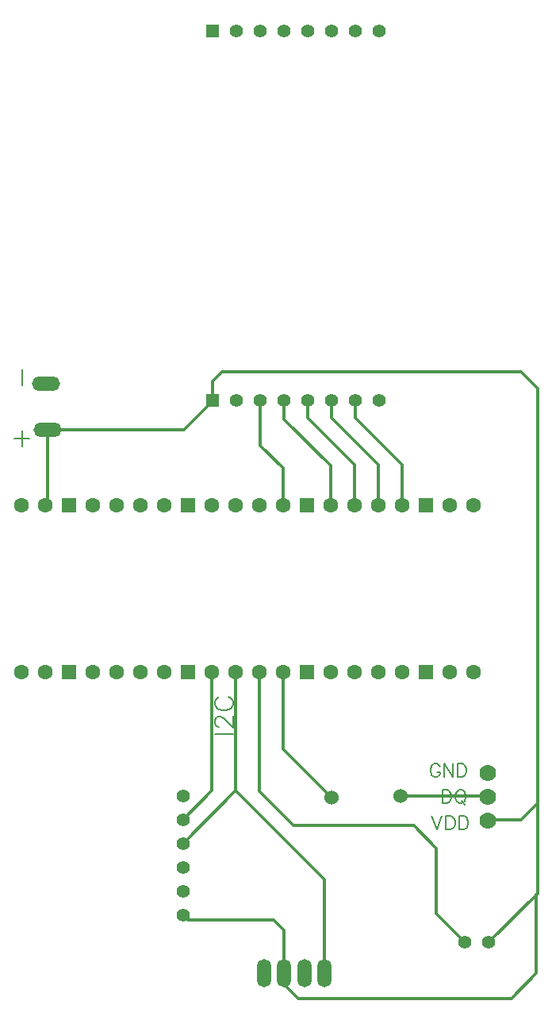
<source format=gtl>
G04 Layer: TopLayer*
G04 EasyEDA v6.5.23, 2023-06-25 18:40:03*
G04 6b10e09a02d447a1920506d39c92bb1f,f3d5b93f6eed4f979a6c9236d77c88b5,10*
G04 Gerber Generator version 0.2*
G04 Scale: 100 percent, Rotated: No, Reflected: No *
G04 Dimensions in millimeters *
G04 leading zeros omitted , absolute positions ,4 integer and 5 decimal *
%FSLAX45Y45*%
%MOMM*%

%ADD10C,0.2032*%
%ADD11C,0.3000*%
%ADD12C,1.6000*%
%ADD13R,1.6000X1.6000*%
%ADD14R,1.3995X1.3995*%
%ADD15C,1.3995*%
%ADD16C,1.5240*%
%ADD17C,1.7780*%
%ADD18O,2.999994X1.524*%
%ADD19O,1.524X2.999994*%

%LPD*%
D10*
X51307Y5112257D02*
G01*
X217423Y5112257D01*
X134365Y5029200D02*
G01*
X134365Y5195570D01*
X134365Y5683250D02*
G01*
X134365Y5849365D01*
X2195322Y1968500D02*
G01*
X2389124Y1968500D01*
X2241550Y2038604D02*
G01*
X2232152Y2038604D01*
X2213609Y2048002D01*
X2204465Y2057145D01*
X2195322Y2075687D01*
X2195322Y2112518D01*
X2204465Y2131060D01*
X2213609Y2140204D01*
X2232152Y2149602D01*
X2250693Y2149602D01*
X2269236Y2140204D01*
X2296922Y2121915D01*
X2389124Y2029460D01*
X2389124Y2158745D01*
X2241550Y2358389D02*
G01*
X2223008Y2348992D01*
X2204465Y2330450D01*
X2195322Y2312162D01*
X2195322Y2275078D01*
X2204465Y2256789D01*
X2223008Y2238247D01*
X2241550Y2228850D01*
X2269236Y2219705D01*
X2315209Y2219705D01*
X2343150Y2228850D01*
X2361438Y2238247D01*
X2379979Y2256789D01*
X2389124Y2275078D01*
X2389124Y2312162D01*
X2379979Y2330450D01*
X2361438Y2348992D01*
X2343150Y2358389D01*
X4598156Y1615947D02*
G01*
X4591298Y1629410D01*
X4577582Y1643126D01*
X4563866Y1649984D01*
X4536688Y1649984D01*
X4522972Y1643126D01*
X4509510Y1629410D01*
X4502652Y1615947D01*
X4495794Y1595373D01*
X4495794Y1561337D01*
X4502652Y1540763D01*
X4509510Y1527302D01*
X4522972Y1513586D01*
X4536688Y1506728D01*
X4563866Y1506728D01*
X4577582Y1513586D01*
X4591298Y1527302D01*
X4598156Y1540763D01*
X4598156Y1561337D01*
X4563866Y1561337D02*
G01*
X4598156Y1561337D01*
X4643114Y1649984D02*
G01*
X4643114Y1506728D01*
X4643114Y1649984D02*
G01*
X4738618Y1506728D01*
X4738618Y1649984D02*
G01*
X4738618Y1506728D01*
X4783576Y1649984D02*
G01*
X4783576Y1506728D01*
X4783576Y1649984D02*
G01*
X4831328Y1649984D01*
X4851648Y1643126D01*
X4865364Y1629410D01*
X4872222Y1615947D01*
X4879080Y1595373D01*
X4879080Y1561337D01*
X4872222Y1540763D01*
X4865364Y1527302D01*
X4851648Y1513586D01*
X4831328Y1506728D01*
X4783576Y1506728D01*
X4622800Y1370584D02*
G01*
X4622800Y1227328D01*
X4622800Y1370584D02*
G01*
X4670552Y1370584D01*
X4690872Y1363726D01*
X4704588Y1350010D01*
X4711445Y1336547D01*
X4718304Y1315973D01*
X4718304Y1281937D01*
X4711445Y1261363D01*
X4704588Y1247902D01*
X4690872Y1234186D01*
X4670552Y1227328D01*
X4622800Y1227328D01*
X4804156Y1370584D02*
G01*
X4790440Y1363726D01*
X4776977Y1350010D01*
X4770120Y1336547D01*
X4763261Y1315973D01*
X4763261Y1281937D01*
X4770120Y1261363D01*
X4776977Y1247902D01*
X4790440Y1234186D01*
X4804156Y1227328D01*
X4831334Y1227328D01*
X4845050Y1234186D01*
X4858765Y1247902D01*
X4865624Y1261363D01*
X4872227Y1281937D01*
X4872227Y1315973D01*
X4865624Y1336547D01*
X4858765Y1350010D01*
X4845050Y1363726D01*
X4831334Y1370584D01*
X4804156Y1370584D01*
X4824729Y1254760D02*
G01*
X4865624Y1213865D01*
X4508500Y1091184D02*
G01*
X4563109Y947928D01*
X4617465Y1091184D02*
G01*
X4563109Y947928D01*
X4662677Y1091184D02*
G01*
X4662677Y947928D01*
X4662677Y1091184D02*
G01*
X4710429Y1091184D01*
X4730750Y1084326D01*
X4744465Y1070610D01*
X4751324Y1057147D01*
X4757927Y1036573D01*
X4757927Y1002537D01*
X4751324Y981963D01*
X4744465Y968502D01*
X4730750Y954786D01*
X4710429Y947928D01*
X4662677Y947928D01*
X4803140Y1091184D02*
G01*
X4803140Y947928D01*
X4803140Y1091184D02*
G01*
X4850891Y1091184D01*
X4871211Y1084326D01*
X4884927Y1070610D01*
X4891786Y1057147D01*
X4898390Y1036573D01*
X4898390Y1002537D01*
X4891786Y981963D01*
X4884927Y968502D01*
X4871211Y954786D01*
X4850891Y947928D01*
X4803140Y947928D01*
D11*
X2923717Y2624810D02*
G01*
X2923717Y1807032D01*
X3441700Y1289050D01*
X4178300Y1301750D02*
G01*
X5099050Y1301750D01*
X5105400Y1295400D01*
X2161717Y2624810D02*
G01*
X2161717Y1361617D01*
X1854200Y1054100D01*
X2415717Y2624810D02*
G01*
X2415717Y1361617D01*
X1854200Y800100D01*
X2415717Y1361617D02*
G01*
X3365500Y411835D01*
X3365500Y-584200D01*
X2679700Y5524500D02*
G01*
X2679700Y5041900D01*
X2921000Y4800600D01*
X2921000Y4405503D01*
X2923717Y4402785D01*
X2933700Y5524500D02*
G01*
X2933700Y5321300D01*
X3429000Y4826000D01*
X3429000Y4405477D01*
X3431692Y4402785D01*
X3187700Y5524500D02*
G01*
X3187700Y5334000D01*
X3683000Y4838700D01*
X3683000Y4405477D01*
X3685692Y4402785D01*
X3441700Y5524500D02*
G01*
X3441700Y5334000D01*
X3937000Y4838700D01*
X3937000Y4405477D01*
X3939692Y4402785D01*
X3695700Y5524500D02*
G01*
X3695700Y5334000D01*
X4191000Y4838700D01*
X4191000Y4405477D01*
X4193692Y4402785D01*
X406400Y5207000D02*
G01*
X1866900Y5207000D01*
X2171700Y5511800D01*
X2171700Y5524500D01*
X406400Y5207000D02*
G01*
X406400Y4425467D01*
X383717Y4402785D01*
X5624984Y252884D02*
G01*
X5624984Y-585315D01*
X5359400Y-850900D01*
X3086100Y-850900D01*
X2933700Y-698500D01*
X2933700Y-584200D01*
X2933700Y-584200D02*
G01*
X2933700Y-127000D01*
X2819400Y-12700D01*
X1905000Y-12700D01*
X1854200Y38100D01*
X2171700Y5524500D02*
G01*
X2171700Y5727700D01*
X2273300Y5829300D01*
X5461000Y5829300D01*
X5638800Y5651500D01*
X5638800Y1231900D01*
X5461000Y1054100D01*
X5118100Y1054100D01*
X5105400Y1041400D01*
X5638800Y1251694D02*
G01*
X5638800Y266700D01*
X5118100Y-254000D01*
X2669717Y2624810D02*
G01*
X2669717Y1356182D01*
X3035300Y990600D01*
X4318000Y990600D01*
X4559300Y749300D01*
X4559300Y50800D01*
X4864100Y-254000D01*
D12*
G01*
X4955692Y2624810D03*
G01*
X4701692Y2624810D03*
D13*
G01*
X4447692Y2624810D03*
D12*
G01*
X4193692Y2624810D03*
G01*
X3939692Y2624810D03*
G01*
X3685692Y2624810D03*
G01*
X3431692Y2624810D03*
D13*
G01*
X3177717Y2624810D03*
D12*
G01*
X2923717Y2624810D03*
G01*
X2669717Y2624810D03*
G01*
X129717Y2624810D03*
G01*
X383717Y2624810D03*
D13*
G01*
X637717Y2624810D03*
D12*
G01*
X891717Y2624810D03*
G01*
X1145717Y2624810D03*
G01*
X1399717Y2624810D03*
G01*
X1653717Y2624810D03*
D13*
G01*
X1907717Y2624810D03*
D12*
G01*
X2161717Y2624810D03*
G01*
X2415717Y2624810D03*
G01*
X2415717Y4402785D03*
G01*
X2161717Y4402785D03*
D13*
G01*
X1907717Y4402785D03*
D12*
G01*
X1653717Y4402785D03*
G01*
X1399717Y4402785D03*
G01*
X1145717Y4402785D03*
G01*
X891717Y4402785D03*
D13*
G01*
X637717Y4402785D03*
D12*
G01*
X383717Y4402785D03*
G01*
X129717Y4402785D03*
G01*
X2669717Y4402785D03*
G01*
X2923717Y4402785D03*
D13*
G01*
X3177717Y4402785D03*
D12*
G01*
X3431692Y4402785D03*
G01*
X3685692Y4402785D03*
G01*
X3939692Y4402785D03*
G01*
X4193692Y4402785D03*
D13*
G01*
X4447692Y4402785D03*
D12*
G01*
X4701692Y4402785D03*
G01*
X4955692Y4402785D03*
D14*
G01*
X2171700Y5524500D03*
D15*
G01*
X2425700Y5524500D03*
G01*
X2679700Y5524500D03*
G01*
X2933700Y5524500D03*
G01*
X3187700Y5524500D03*
G01*
X3441700Y5524500D03*
G01*
X3695700Y5524500D03*
G01*
X3949700Y5524500D03*
D14*
G01*
X2171700Y9461500D03*
D15*
G01*
X2425700Y9461500D03*
G01*
X2679700Y9461500D03*
G01*
X2933700Y9461500D03*
G01*
X3187700Y9461500D03*
G01*
X3441700Y9461500D03*
G01*
X3695700Y9461500D03*
G01*
X3949700Y9461500D03*
D16*
G01*
X4178300Y1301750D03*
G01*
X3441700Y1289050D03*
D17*
G01*
X5105400Y1041400D03*
G01*
X5105400Y1295400D03*
G01*
X5105400Y1549400D03*
D15*
G01*
X1854200Y292100D03*
G01*
X1854200Y546100D03*
G01*
X1854200Y800100D03*
G01*
X1854200Y1054100D03*
G01*
X1854200Y1308100D03*
G01*
X1854200Y38100D03*
G01*
X4864100Y-254000D03*
G01*
X5118100Y-254000D03*
D18*
G01*
X393700Y5702300D03*
D19*
G01*
X2717800Y-584200D03*
D18*
G01*
X406400Y5207000D03*
D19*
G01*
X2933700Y-584200D03*
G01*
X3149600Y-584200D03*
G01*
X3365500Y-584200D03*
M02*

</source>
